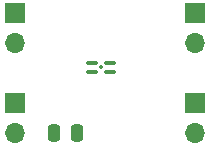
<source format=gbr>
%TF.GenerationSoftware,KiCad,Pcbnew,6.0.7-f9a2dced07~116~ubuntu20.04.1*%
%TF.CreationDate,2022-10-31T14:47:35+01:00*%
%TF.ProjectId,sht40_board,73687434-305f-4626-9f61-72642e6b6963,rev?*%
%TF.SameCoordinates,Original*%
%TF.FileFunction,Soldermask,Top*%
%TF.FilePolarity,Negative*%
%FSLAX46Y46*%
G04 Gerber Fmt 4.6, Leading zero omitted, Abs format (unit mm)*
G04 Created by KiCad (PCBNEW 6.0.7-f9a2dced07~116~ubuntu20.04.1) date 2022-10-31 14:47:35*
%MOMM*%
%LPD*%
G01*
G04 APERTURE LIST*
G04 Aperture macros list*
%AMRoundRect*
0 Rectangle with rounded corners*
0 $1 Rounding radius*
0 $2 $3 $4 $5 $6 $7 $8 $9 X,Y pos of 4 corners*
0 Add a 4 corners polygon primitive as box body*
4,1,4,$2,$3,$4,$5,$6,$7,$8,$9,$2,$3,0*
0 Add four circle primitives for the rounded corners*
1,1,$1+$1,$2,$3*
1,1,$1+$1,$4,$5*
1,1,$1+$1,$6,$7*
1,1,$1+$1,$8,$9*
0 Add four rect primitives between the rounded corners*
20,1,$1+$1,$2,$3,$4,$5,0*
20,1,$1+$1,$4,$5,$6,$7,0*
20,1,$1+$1,$6,$7,$8,$9,0*
20,1,$1+$1,$8,$9,$2,$3,0*%
G04 Aperture macros list end*
%ADD10RoundRect,0.250000X-0.250000X-0.475000X0.250000X-0.475000X0.250000X0.475000X-0.250000X0.475000X0*%
%ADD11RoundRect,0.075000X0.425000X0.075000X-0.425000X0.075000X-0.425000X-0.075000X0.425000X-0.075000X0*%
%ADD12RoundRect,0.075000X0.075000X0.075000X-0.075000X0.075000X-0.075000X-0.075000X0.075000X-0.075000X0*%
%ADD13R,1.700000X1.700000*%
%ADD14O,1.700000X1.700000*%
G04 APERTURE END LIST*
D10*
%TO.C,C1*%
X140467000Y-76200000D03*
X142367000Y-76200000D03*
%TD*%
D11*
%TO.C,U1*%
X145237000Y-70993000D03*
X145237000Y-70193000D03*
X143637000Y-70193000D03*
X143637000Y-70993000D03*
D12*
X144437000Y-70593000D03*
%TD*%
D13*
%TO.C,J4*%
X137160000Y-73660000D03*
D14*
X137160000Y-76200000D03*
%TD*%
D13*
%TO.C,J1*%
X152400000Y-66040000D03*
D14*
X152400000Y-68580000D03*
%TD*%
D13*
%TO.C,J3*%
X137160000Y-66040000D03*
D14*
X137160000Y-68580000D03*
%TD*%
D13*
%TO.C,J2*%
X152400000Y-73660000D03*
D14*
X152400000Y-76200000D03*
%TD*%
M02*

</source>
